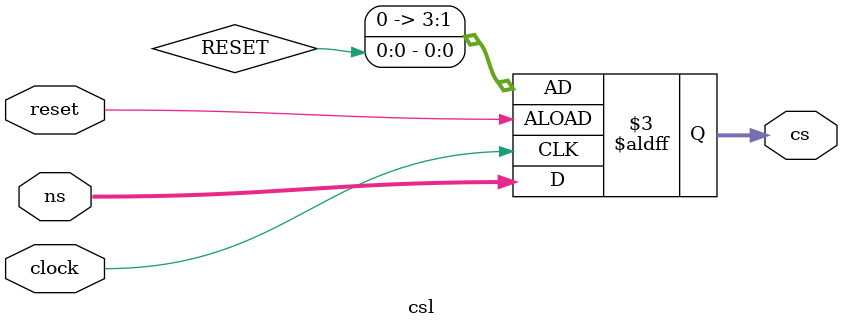
<source format=v>
module csl (
    input            clock,
    input            reset,
    input      [3:0] ns,
    output reg [3:0] cs
);

`include "params.vh"

always @ (posedge clock, negedge reset)
    if (reset == 0)
        cs <= RESET;
    
    else
        cs <= ns;

endmodule
</source>
